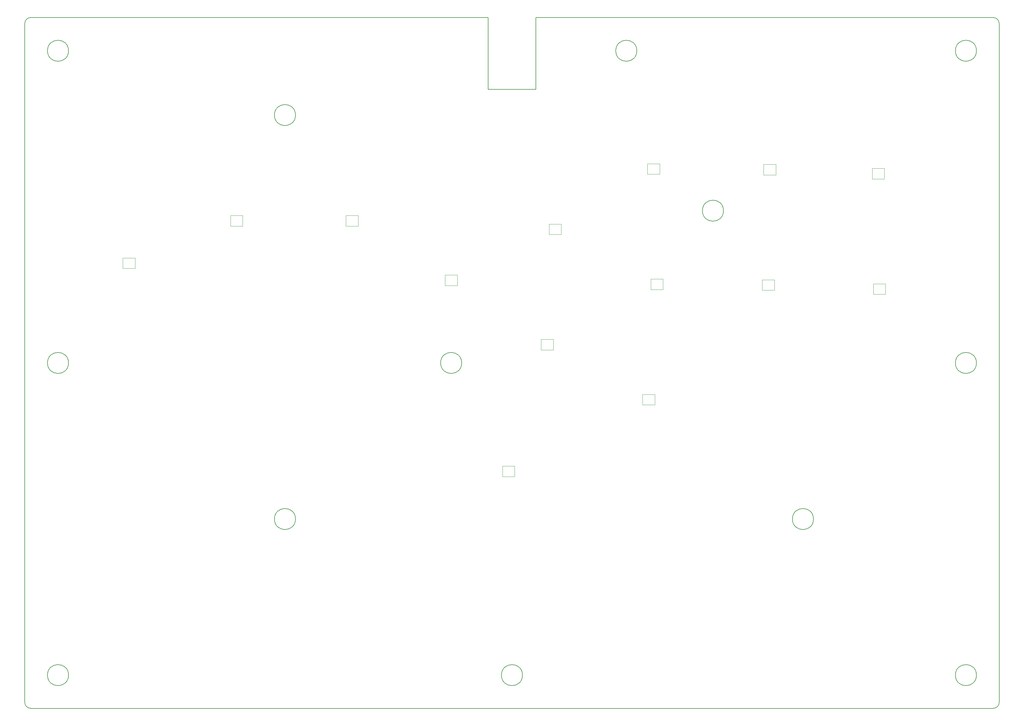
<source format=gm1>
G04 #@! TF.GenerationSoftware,KiCad,Pcbnew,8.0.4*
G04 #@! TF.CreationDate,2024-10-27T13:40:52+07:00*
G04 #@! TF.ProjectId,ShinA4,5368696e-4134-42e6-9b69-6361645f7063,rev?*
G04 #@! TF.SameCoordinates,Original*
G04 #@! TF.FileFunction,Profile,NP*
%FSLAX46Y46*%
G04 Gerber Fmt 4.6, Leading zero omitted, Abs format (unit mm)*
G04 Created by KiCad (PCBNEW 8.0.4) date 2024-10-27 13:40:52*
%MOMM*%
%LPD*%
G01*
G04 APERTURE LIST*
G04 #@! TA.AperFunction,Profile*
%ADD10C,0.200000*%
G04 #@! TD*
G04 #@! TA.AperFunction,Profile*
%ADD11C,0.100000*%
G04 #@! TD*
G04 APERTURE END LIST*
D10*
X7040000Y80645000D02*
X7040000Y101790000D01*
X-141699999Y-101800000D02*
G75*
G02*
X-143500000Y-99999999I0J1800001D01*
G01*
X141700000Y101800000D02*
G75*
G02*
X143500000Y100000000I0J-1800000D01*
G01*
X88800000Y-46000000D02*
G75*
G02*
X82600000Y-46000000I-3100000J0D01*
G01*
X82600000Y-46000000D02*
G75*
G02*
X88800000Y-46000000I3100000J0D01*
G01*
X-130600000Y0D02*
G75*
G02*
X-136800000Y0I-3100000J0D01*
G01*
X-136800000Y0D02*
G75*
G02*
X-130600000Y0I3100000J0D01*
G01*
X141700000Y101800000D02*
X7040000Y101790000D01*
X143500000Y-100000000D02*
X143500000Y100000000D01*
X-7040000Y80655000D02*
X-7040000Y101800000D01*
X-7040000Y101800000D02*
X-141699999Y101800000D01*
X36775000Y92000000D02*
G75*
G02*
X30575000Y92000000I-3100000J0D01*
G01*
X30575000Y92000000D02*
G75*
G02*
X36775000Y92000000I3100000J0D01*
G01*
X-63750000Y-46000000D02*
G75*
G02*
X-69950000Y-46000000I-3100000J0D01*
G01*
X-69950000Y-46000000D02*
G75*
G02*
X-63750000Y-46000000I3100000J0D01*
G01*
X-130600000Y-92000000D02*
G75*
G02*
X-136800000Y-92000000I-3100000J0D01*
G01*
X-136800000Y-92000000D02*
G75*
G02*
X-130600000Y-92000000I3100000J0D01*
G01*
X-143500000Y99999999D02*
G75*
G02*
X-141699999Y101800000I1800001J0D01*
G01*
X-130600000Y92000000D02*
G75*
G02*
X-136800000Y92000000I-3100000J0D01*
G01*
X-136800000Y92000000D02*
G75*
G02*
X-130600000Y92000000I3100000J0D01*
G01*
X-14808265Y0D02*
G75*
G02*
X-21008265Y0I-3100000J0D01*
G01*
X-21008265Y0D02*
G75*
G02*
X-14808265Y0I3100000J0D01*
G01*
X3100000Y-92000000D02*
G75*
G02*
X-3100000Y-92000000I-3100000J0D01*
G01*
X-3100000Y-92000000D02*
G75*
G02*
X3100000Y-92000000I3100000J0D01*
G01*
X136800000Y0D02*
G75*
G02*
X130600000Y0I-3100000J0D01*
G01*
X130600000Y0D02*
G75*
G02*
X136800000Y0I3100000J0D01*
G01*
X136800000Y92000000D02*
G75*
G02*
X130600000Y92000000I-3100000J0D01*
G01*
X130600000Y92000000D02*
G75*
G02*
X136800000Y92000000I3100000J0D01*
G01*
X-63750000Y73050000D02*
G75*
G02*
X-69950000Y73050000I-3100000J0D01*
G01*
X-69950000Y73050000D02*
G75*
G02*
X-63750000Y73050000I3100000J0D01*
G01*
X-7040000Y80655000D02*
X7040000Y80645000D01*
X136800000Y-92000000D02*
G75*
G02*
X130600000Y-92000000I-3100000J0D01*
G01*
X130600000Y-92000000D02*
G75*
G02*
X136800000Y-92000000I3100000J0D01*
G01*
X-143500000Y99999999D02*
X-143500000Y-99999999D01*
X-141699999Y-101800000D02*
X141700000Y-101800000D01*
X143500000Y-100000000D02*
G75*
G02*
X141700000Y-101800000I-1800000J0D01*
G01*
X62292692Y44870114D02*
G75*
G02*
X56092692Y44870114I-3100000J0D01*
G01*
X56092692Y44870114D02*
G75*
G02*
X62292692Y44870114I3100000J0D01*
G01*
D11*
X-48900000Y43450000D02*
X-48900000Y40350000D01*
X-48900000Y40350000D02*
X-45300000Y40350000D01*
X-45300000Y43450000D02*
X-48900000Y43450000D01*
X-45300000Y40350000D02*
X-45300000Y43450000D01*
X8589000Y6932000D02*
X8589000Y3832000D01*
X8589000Y3832000D02*
X12189000Y3832000D01*
X12189000Y6932000D02*
X8589000Y6932000D01*
X12189000Y3832000D02*
X12189000Y6932000D01*
X39896000Y58728000D02*
X39896000Y55628000D01*
X39896000Y55628000D02*
X43496000Y55628000D01*
X43496000Y58728000D02*
X39896000Y58728000D01*
X43496000Y55628000D02*
X43496000Y58728000D01*
X-82900000Y43450000D02*
X-82900000Y40350000D01*
X-82900000Y40350000D02*
X-79300000Y40350000D01*
X-79300000Y43450000D02*
X-82900000Y43450000D01*
X-79300000Y40350000D02*
X-79300000Y43450000D01*
X-2816000Y-30366000D02*
X-2816000Y-33466000D01*
X-2816000Y-33466000D02*
X784000Y-33466000D01*
X784000Y-30366000D02*
X-2816000Y-30366000D01*
X784000Y-33466000D02*
X784000Y-30366000D01*
X74096000Y58524000D02*
X74096000Y55424000D01*
X74096000Y55424000D02*
X77696000Y55424000D01*
X77696000Y58524000D02*
X74096000Y58524000D01*
X77696000Y55424000D02*
X77696000Y58524000D01*
X-114600000Y30950000D02*
X-114600000Y27850000D01*
X-114600000Y27850000D02*
X-111000000Y27850000D01*
X-111000000Y30950000D02*
X-114600000Y30950000D01*
X-111000000Y27850000D02*
X-111000000Y30950000D01*
X106396000Y23324000D02*
X106396000Y20224000D01*
X106396000Y20224000D02*
X109996000Y20224000D01*
X109996000Y23324000D02*
X106396000Y23324000D01*
X109996000Y20224000D02*
X109996000Y23324000D01*
X73691000Y24524000D02*
X73691000Y21424000D01*
X73691000Y21424000D02*
X77291000Y21424000D01*
X77291000Y24524000D02*
X73691000Y24524000D01*
X77291000Y21424000D02*
X77291000Y24524000D01*
X40891000Y24728000D02*
X40891000Y21628000D01*
X40891000Y21628000D02*
X44491000Y21628000D01*
X44491000Y24728000D02*
X40891000Y24728000D01*
X44491000Y21628000D02*
X44491000Y24728000D01*
X106096000Y57324000D02*
X106096000Y54224000D01*
X106096000Y54224000D02*
X109696000Y54224000D01*
X109696000Y57324000D02*
X106096000Y57324000D01*
X109696000Y54224000D02*
X109696000Y57324000D01*
X-19708000Y25936000D02*
X-19708000Y22836000D01*
X-19708000Y22836000D02*
X-16108000Y22836000D01*
X-16108000Y25936000D02*
X-19708000Y25936000D01*
X-16108000Y22836000D02*
X-16108000Y25936000D01*
X10894000Y40932000D02*
X10894000Y37832000D01*
X10894000Y37832000D02*
X14494000Y37832000D01*
X14494000Y40932000D02*
X10894000Y40932000D01*
X14494000Y37832000D02*
X14494000Y40932000D01*
X38479000Y-9272000D02*
X38479000Y-12372000D01*
X38479000Y-12372000D02*
X42079000Y-12372000D01*
X42079000Y-9272000D02*
X38479000Y-9272000D01*
X42079000Y-12372000D02*
X42079000Y-9272000D01*
M02*

</source>
